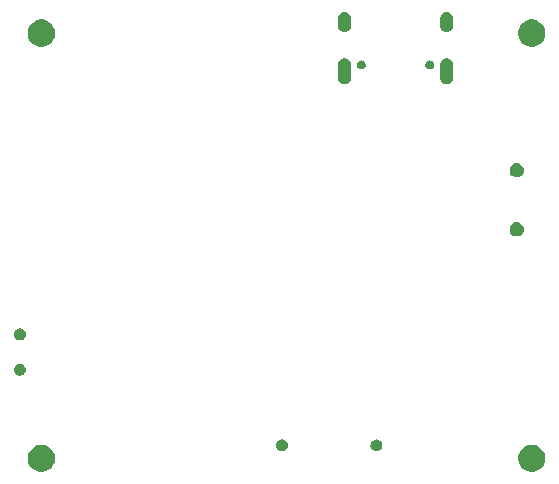
<source format=gbr>
G04 #@! TF.GenerationSoftware,KiCad,Pcbnew,5.0.2-bee76a0~70~ubuntu18.04.1*
G04 #@! TF.CreationDate,2019-03-04T23:14:38+01:00*
G04 #@! TF.ProjectId,anotterwatch,616e6f74-7465-4727-9761-7463682e6b69,rev?*
G04 #@! TF.SameCoordinates,Original*
G04 #@! TF.FileFunction,Soldermask,Top*
G04 #@! TF.FilePolarity,Negative*
%FSLAX46Y46*%
G04 Gerber Fmt 4.6, Leading zero omitted, Abs format (unit mm)*
G04 Created by KiCad (PCBNEW 5.0.2-bee76a0~70~ubuntu18.04.1) date Mo 04 Mär 2019 23:14:38 CET*
%MOMM*%
%LPD*%
G01*
G04 APERTURE LIST*
%ADD10C,0.100000*%
G04 APERTURE END LIST*
D10*
G36*
X81835734Y-106893232D02*
X82045202Y-106979996D01*
X82233723Y-107105962D01*
X82394038Y-107266277D01*
X82520004Y-107454798D01*
X82606768Y-107664266D01*
X82651000Y-107886635D01*
X82651000Y-108113365D01*
X82606768Y-108335734D01*
X82520004Y-108545202D01*
X82394038Y-108733723D01*
X82233723Y-108894038D01*
X82045202Y-109020004D01*
X81835734Y-109106768D01*
X81613365Y-109151000D01*
X81386635Y-109151000D01*
X81164266Y-109106768D01*
X80954798Y-109020004D01*
X80766277Y-108894038D01*
X80605962Y-108733723D01*
X80479996Y-108545202D01*
X80393232Y-108335734D01*
X80349000Y-108113365D01*
X80349000Y-107886635D01*
X80393232Y-107664266D01*
X80479996Y-107454798D01*
X80605962Y-107266277D01*
X80766277Y-107105962D01*
X80954798Y-106979996D01*
X81164266Y-106893232D01*
X81386635Y-106849000D01*
X81613365Y-106849000D01*
X81835734Y-106893232D01*
X81835734Y-106893232D01*
G37*
G36*
X123335734Y-106893232D02*
X123545202Y-106979996D01*
X123733723Y-107105962D01*
X123894038Y-107266277D01*
X124020004Y-107454798D01*
X124106768Y-107664266D01*
X124151000Y-107886635D01*
X124151000Y-108113365D01*
X124106768Y-108335734D01*
X124020004Y-108545202D01*
X123894038Y-108733723D01*
X123733723Y-108894038D01*
X123545202Y-109020004D01*
X123335734Y-109106768D01*
X123113365Y-109151000D01*
X122886635Y-109151000D01*
X122664266Y-109106768D01*
X122454798Y-109020004D01*
X122266277Y-108894038D01*
X122105962Y-108733723D01*
X121979996Y-108545202D01*
X121893232Y-108335734D01*
X121849000Y-108113365D01*
X121849000Y-107886635D01*
X121893232Y-107664266D01*
X121979996Y-107454798D01*
X122105962Y-107266277D01*
X122266277Y-107105962D01*
X122454798Y-106979996D01*
X122664266Y-106893232D01*
X122886635Y-106849000D01*
X123113365Y-106849000D01*
X123335734Y-106893232D01*
X123335734Y-106893232D01*
G37*
G36*
X109998136Y-106415253D02*
X110089312Y-106453019D01*
X110171372Y-106507850D01*
X110241150Y-106577628D01*
X110295981Y-106659688D01*
X110333747Y-106750864D01*
X110353000Y-106847656D01*
X110353000Y-106946344D01*
X110333747Y-107043136D01*
X110295981Y-107134312D01*
X110241150Y-107216372D01*
X110171372Y-107286150D01*
X110089312Y-107340981D01*
X109998136Y-107378747D01*
X109901344Y-107398000D01*
X109802656Y-107398000D01*
X109705864Y-107378747D01*
X109614688Y-107340981D01*
X109532628Y-107286150D01*
X109462850Y-107216372D01*
X109408019Y-107134312D01*
X109370253Y-107043136D01*
X109351000Y-106946344D01*
X109351000Y-106847656D01*
X109370253Y-106750864D01*
X109408019Y-106659688D01*
X109462850Y-106577628D01*
X109532628Y-106507850D01*
X109614688Y-106453019D01*
X109705864Y-106415253D01*
X109802656Y-106396000D01*
X109901344Y-106396000D01*
X109998136Y-106415253D01*
X109998136Y-106415253D01*
G37*
G36*
X101998136Y-106415253D02*
X102089312Y-106453019D01*
X102171372Y-106507850D01*
X102241150Y-106577628D01*
X102295981Y-106659688D01*
X102333747Y-106750864D01*
X102353000Y-106847656D01*
X102353000Y-106946344D01*
X102333747Y-107043136D01*
X102295981Y-107134312D01*
X102241150Y-107216372D01*
X102171372Y-107286150D01*
X102089312Y-107340981D01*
X101998136Y-107378747D01*
X101901344Y-107398000D01*
X101802656Y-107398000D01*
X101705864Y-107378747D01*
X101614688Y-107340981D01*
X101532628Y-107286150D01*
X101462850Y-107216372D01*
X101408019Y-107134312D01*
X101370253Y-107043136D01*
X101351000Y-106946344D01*
X101351000Y-106847656D01*
X101370253Y-106750864D01*
X101408019Y-106659688D01*
X101462850Y-106577628D01*
X101532628Y-106507850D01*
X101614688Y-106453019D01*
X101705864Y-106415253D01*
X101802656Y-106396000D01*
X101901344Y-106396000D01*
X101998136Y-106415253D01*
X101998136Y-106415253D01*
G37*
G36*
X79816136Y-100018253D02*
X79907312Y-100056019D01*
X79989372Y-100110850D01*
X80059150Y-100180628D01*
X80113981Y-100262688D01*
X80151747Y-100353864D01*
X80171000Y-100450656D01*
X80171000Y-100549344D01*
X80151747Y-100646136D01*
X80113981Y-100737312D01*
X80059150Y-100819372D01*
X79989372Y-100889150D01*
X79907312Y-100943981D01*
X79816136Y-100981747D01*
X79719344Y-101001000D01*
X79620656Y-101001000D01*
X79523864Y-100981747D01*
X79432688Y-100943981D01*
X79350628Y-100889150D01*
X79280850Y-100819372D01*
X79226019Y-100737312D01*
X79188253Y-100646136D01*
X79169000Y-100549344D01*
X79169000Y-100450656D01*
X79188253Y-100353864D01*
X79226019Y-100262688D01*
X79280850Y-100180628D01*
X79350628Y-100110850D01*
X79432688Y-100056019D01*
X79523864Y-100018253D01*
X79620656Y-99999000D01*
X79719344Y-99999000D01*
X79816136Y-100018253D01*
X79816136Y-100018253D01*
G37*
G36*
X79816136Y-97018253D02*
X79907312Y-97056019D01*
X79989372Y-97110850D01*
X80059150Y-97180628D01*
X80113981Y-97262688D01*
X80151747Y-97353864D01*
X80171000Y-97450656D01*
X80171000Y-97549344D01*
X80151747Y-97646136D01*
X80113981Y-97737312D01*
X80059150Y-97819372D01*
X79989372Y-97889150D01*
X79907312Y-97943981D01*
X79816136Y-97981747D01*
X79719344Y-98001000D01*
X79620656Y-98001000D01*
X79523864Y-97981747D01*
X79432688Y-97943981D01*
X79350628Y-97889150D01*
X79280850Y-97819372D01*
X79226019Y-97737312D01*
X79188253Y-97646136D01*
X79169000Y-97549344D01*
X79169000Y-97450656D01*
X79188253Y-97353864D01*
X79226019Y-97262688D01*
X79280850Y-97180628D01*
X79350628Y-97110850D01*
X79432688Y-97056019D01*
X79523864Y-97018253D01*
X79620656Y-96999000D01*
X79719344Y-96999000D01*
X79816136Y-97018253D01*
X79816136Y-97018253D01*
G37*
G36*
X121914305Y-88028096D02*
X122023680Y-88073400D01*
X122122118Y-88139175D01*
X122205825Y-88222882D01*
X122271600Y-88321320D01*
X122316904Y-88430695D01*
X122340000Y-88546806D01*
X122340000Y-88665194D01*
X122316904Y-88781305D01*
X122271600Y-88890680D01*
X122205825Y-88989118D01*
X122122118Y-89072825D01*
X122023680Y-89138600D01*
X121914305Y-89183904D01*
X121798194Y-89207000D01*
X121679806Y-89207000D01*
X121563695Y-89183904D01*
X121454320Y-89138600D01*
X121355882Y-89072825D01*
X121272175Y-88989118D01*
X121206400Y-88890680D01*
X121161096Y-88781305D01*
X121138000Y-88665194D01*
X121138000Y-88546806D01*
X121161096Y-88430695D01*
X121206400Y-88321320D01*
X121272175Y-88222882D01*
X121355882Y-88139175D01*
X121454320Y-88073400D01*
X121563695Y-88028096D01*
X121679806Y-88005000D01*
X121798194Y-88005000D01*
X121914305Y-88028096D01*
X121914305Y-88028096D01*
G37*
G36*
X121914305Y-83028096D02*
X122023680Y-83073400D01*
X122122118Y-83139175D01*
X122205825Y-83222882D01*
X122271600Y-83321320D01*
X122316904Y-83430695D01*
X122340000Y-83546806D01*
X122340000Y-83665194D01*
X122316904Y-83781305D01*
X122271600Y-83890680D01*
X122205825Y-83989118D01*
X122122118Y-84072825D01*
X122023680Y-84138600D01*
X121914305Y-84183904D01*
X121798194Y-84207000D01*
X121679806Y-84207000D01*
X121563695Y-84183904D01*
X121454320Y-84138600D01*
X121355882Y-84072825D01*
X121272175Y-83989118D01*
X121206400Y-83890680D01*
X121161096Y-83781305D01*
X121138000Y-83665194D01*
X121138000Y-83546806D01*
X121161096Y-83430695D01*
X121206400Y-83321320D01*
X121272175Y-83222882D01*
X121355882Y-83139175D01*
X121454320Y-83073400D01*
X121563695Y-83028096D01*
X121679806Y-83005000D01*
X121798194Y-83005000D01*
X121914305Y-83028096D01*
X121914305Y-83028096D01*
G37*
G36*
X107268614Y-74128473D02*
X107372478Y-74159979D01*
X107468200Y-74211144D01*
X107552101Y-74279999D01*
X107620956Y-74363900D01*
X107672121Y-74459621D01*
X107703627Y-74563485D01*
X107711600Y-74644433D01*
X107711600Y-75798567D01*
X107703627Y-75879515D01*
X107672121Y-75983379D01*
X107620956Y-76079100D01*
X107552101Y-76163001D01*
X107468200Y-76231856D01*
X107372479Y-76283021D01*
X107268615Y-76314527D01*
X107160600Y-76325166D01*
X107052586Y-76314527D01*
X106948722Y-76283021D01*
X106853001Y-76231856D01*
X106769100Y-76163001D01*
X106700245Y-76079100D01*
X106649080Y-75983379D01*
X106617574Y-75879515D01*
X106609601Y-75798567D01*
X106609600Y-74644434D01*
X106617573Y-74563486D01*
X106649079Y-74459622D01*
X106700244Y-74363900D01*
X106769099Y-74279999D01*
X106853000Y-74211144D01*
X106948721Y-74159979D01*
X107052585Y-74128473D01*
X107160600Y-74117834D01*
X107268614Y-74128473D01*
X107268614Y-74128473D01*
G37*
G36*
X115908614Y-74128473D02*
X116012478Y-74159979D01*
X116108200Y-74211144D01*
X116192101Y-74279999D01*
X116260956Y-74363900D01*
X116312121Y-74459621D01*
X116343627Y-74563485D01*
X116351600Y-74644433D01*
X116351600Y-75798567D01*
X116343627Y-75879515D01*
X116312121Y-75983379D01*
X116260956Y-76079100D01*
X116192101Y-76163001D01*
X116108200Y-76231856D01*
X116012479Y-76283021D01*
X115908615Y-76314527D01*
X115800600Y-76325166D01*
X115692586Y-76314527D01*
X115588722Y-76283021D01*
X115493001Y-76231856D01*
X115409100Y-76163001D01*
X115340245Y-76079100D01*
X115289080Y-75983379D01*
X115257574Y-75879515D01*
X115249601Y-75798567D01*
X115249600Y-74644434D01*
X115257573Y-74563486D01*
X115289079Y-74459622D01*
X115340244Y-74363900D01*
X115409099Y-74279999D01*
X115493000Y-74211144D01*
X115588721Y-74159979D01*
X115692585Y-74128473D01*
X115800600Y-74117834D01*
X115908614Y-74128473D01*
X115908614Y-74128473D01*
G37*
G36*
X114480272Y-74329949D02*
X114480274Y-74329950D01*
X114480275Y-74329950D01*
X114548703Y-74358293D01*
X114610009Y-74399257D01*
X114610289Y-74399444D01*
X114662656Y-74451811D01*
X114662658Y-74451814D01*
X114703807Y-74513397D01*
X114732150Y-74581825D01*
X114732151Y-74581828D01*
X114746600Y-74654466D01*
X114746600Y-74728533D01*
X114732150Y-74801175D01*
X114703807Y-74869603D01*
X114662843Y-74930909D01*
X114662656Y-74931189D01*
X114610289Y-74983556D01*
X114610286Y-74983558D01*
X114548703Y-75024707D01*
X114480275Y-75053050D01*
X114480274Y-75053050D01*
X114480272Y-75053051D01*
X114407634Y-75067500D01*
X114333566Y-75067500D01*
X114260928Y-75053051D01*
X114260926Y-75053050D01*
X114260925Y-75053050D01*
X114192497Y-75024707D01*
X114130914Y-74983558D01*
X114130911Y-74983556D01*
X114078544Y-74931189D01*
X114078357Y-74930909D01*
X114037393Y-74869603D01*
X114009050Y-74801175D01*
X113994600Y-74728533D01*
X113994600Y-74654466D01*
X114009049Y-74581828D01*
X114009050Y-74581825D01*
X114037393Y-74513397D01*
X114078542Y-74451814D01*
X114078544Y-74451811D01*
X114130911Y-74399444D01*
X114131191Y-74399257D01*
X114192497Y-74358293D01*
X114260925Y-74329950D01*
X114260926Y-74329950D01*
X114260928Y-74329949D01*
X114333566Y-74315500D01*
X114407634Y-74315500D01*
X114480272Y-74329949D01*
X114480272Y-74329949D01*
G37*
G36*
X108700272Y-74329949D02*
X108700274Y-74329950D01*
X108700275Y-74329950D01*
X108768703Y-74358293D01*
X108830009Y-74399257D01*
X108830289Y-74399444D01*
X108882656Y-74451811D01*
X108882658Y-74451814D01*
X108923807Y-74513397D01*
X108952150Y-74581825D01*
X108952151Y-74581828D01*
X108966600Y-74654466D01*
X108966600Y-74728533D01*
X108952150Y-74801175D01*
X108923807Y-74869603D01*
X108882843Y-74930909D01*
X108882656Y-74931189D01*
X108830289Y-74983556D01*
X108830286Y-74983558D01*
X108768703Y-75024707D01*
X108700275Y-75053050D01*
X108700274Y-75053050D01*
X108700272Y-75053051D01*
X108627634Y-75067500D01*
X108553566Y-75067500D01*
X108480928Y-75053051D01*
X108480926Y-75053050D01*
X108480925Y-75053050D01*
X108412497Y-75024707D01*
X108350914Y-74983558D01*
X108350911Y-74983556D01*
X108298544Y-74931189D01*
X108298357Y-74930909D01*
X108257393Y-74869603D01*
X108229050Y-74801175D01*
X108214600Y-74728533D01*
X108214600Y-74654466D01*
X108229049Y-74581828D01*
X108229050Y-74581825D01*
X108257393Y-74513397D01*
X108298542Y-74451814D01*
X108298544Y-74451811D01*
X108350911Y-74399444D01*
X108351191Y-74399257D01*
X108412497Y-74358293D01*
X108480925Y-74329950D01*
X108480926Y-74329950D01*
X108480928Y-74329949D01*
X108553566Y-74315500D01*
X108627634Y-74315500D01*
X108700272Y-74329949D01*
X108700272Y-74329949D01*
G37*
G36*
X81835734Y-70893232D02*
X82045202Y-70979996D01*
X82233723Y-71105962D01*
X82394038Y-71266277D01*
X82520004Y-71454798D01*
X82606768Y-71664266D01*
X82651000Y-71886635D01*
X82651000Y-72113365D01*
X82606768Y-72335734D01*
X82520004Y-72545202D01*
X82394038Y-72733723D01*
X82233723Y-72894038D01*
X82045202Y-73020004D01*
X81835734Y-73106768D01*
X81613365Y-73151000D01*
X81386635Y-73151000D01*
X81164266Y-73106768D01*
X80954798Y-73020004D01*
X80766277Y-72894038D01*
X80605962Y-72733723D01*
X80479996Y-72545202D01*
X80393232Y-72335734D01*
X80349000Y-72113365D01*
X80349000Y-71886635D01*
X80393232Y-71664266D01*
X80479996Y-71454798D01*
X80605962Y-71266277D01*
X80766277Y-71105962D01*
X80954798Y-70979996D01*
X81164266Y-70893232D01*
X81386635Y-70849000D01*
X81613365Y-70849000D01*
X81835734Y-70893232D01*
X81835734Y-70893232D01*
G37*
G36*
X123335734Y-70893232D02*
X123545202Y-70979996D01*
X123733723Y-71105962D01*
X123894038Y-71266277D01*
X124020004Y-71454798D01*
X124106768Y-71664266D01*
X124151000Y-71886635D01*
X124151000Y-72113365D01*
X124106768Y-72335734D01*
X124020004Y-72545202D01*
X123894038Y-72733723D01*
X123733723Y-72894038D01*
X123545202Y-73020004D01*
X123335734Y-73106768D01*
X123113365Y-73151000D01*
X122886635Y-73151000D01*
X122664266Y-73106768D01*
X122454798Y-73020004D01*
X122266277Y-72894038D01*
X122105962Y-72733723D01*
X121979996Y-72545202D01*
X121893232Y-72335734D01*
X121849000Y-72113365D01*
X121849000Y-71886635D01*
X121893232Y-71664266D01*
X121979996Y-71454798D01*
X122105962Y-71266277D01*
X122266277Y-71105962D01*
X122454798Y-70979996D01*
X122664266Y-70893232D01*
X122886635Y-70849000D01*
X123113365Y-70849000D01*
X123335734Y-70893232D01*
X123335734Y-70893232D01*
G37*
G36*
X107268614Y-70198473D02*
X107372478Y-70229979D01*
X107468200Y-70281144D01*
X107552101Y-70349999D01*
X107620956Y-70433900D01*
X107672121Y-70529621D01*
X107703627Y-70633485D01*
X107711600Y-70714433D01*
X107711600Y-71368567D01*
X107703627Y-71449515D01*
X107672121Y-71553379D01*
X107620956Y-71649100D01*
X107552101Y-71733001D01*
X107468200Y-71801856D01*
X107372479Y-71853021D01*
X107268615Y-71884527D01*
X107160600Y-71895166D01*
X107052586Y-71884527D01*
X106948722Y-71853021D01*
X106853001Y-71801856D01*
X106769100Y-71733001D01*
X106700245Y-71649100D01*
X106649080Y-71553379D01*
X106617573Y-71449515D01*
X106609600Y-71368567D01*
X106609600Y-70714434D01*
X106617573Y-70633486D01*
X106649079Y-70529622D01*
X106700244Y-70433900D01*
X106769099Y-70349999D01*
X106853000Y-70281144D01*
X106948721Y-70229979D01*
X107052585Y-70198473D01*
X107160600Y-70187834D01*
X107268614Y-70198473D01*
X107268614Y-70198473D01*
G37*
G36*
X115908614Y-70198473D02*
X116012478Y-70229979D01*
X116108200Y-70281144D01*
X116192101Y-70349999D01*
X116260956Y-70433900D01*
X116312121Y-70529621D01*
X116343627Y-70633485D01*
X116351600Y-70714433D01*
X116351600Y-71368567D01*
X116343627Y-71449515D01*
X116312121Y-71553379D01*
X116260956Y-71649100D01*
X116192101Y-71733001D01*
X116108200Y-71801856D01*
X116012479Y-71853021D01*
X115908615Y-71884527D01*
X115800600Y-71895166D01*
X115692586Y-71884527D01*
X115588722Y-71853021D01*
X115493001Y-71801856D01*
X115409100Y-71733001D01*
X115340245Y-71649100D01*
X115289080Y-71553379D01*
X115257573Y-71449515D01*
X115249600Y-71368567D01*
X115249600Y-70714434D01*
X115257573Y-70633486D01*
X115289079Y-70529622D01*
X115340244Y-70433900D01*
X115409099Y-70349999D01*
X115493000Y-70281144D01*
X115588721Y-70229979D01*
X115692585Y-70198473D01*
X115800600Y-70187834D01*
X115908614Y-70198473D01*
X115908614Y-70198473D01*
G37*
M02*

</source>
